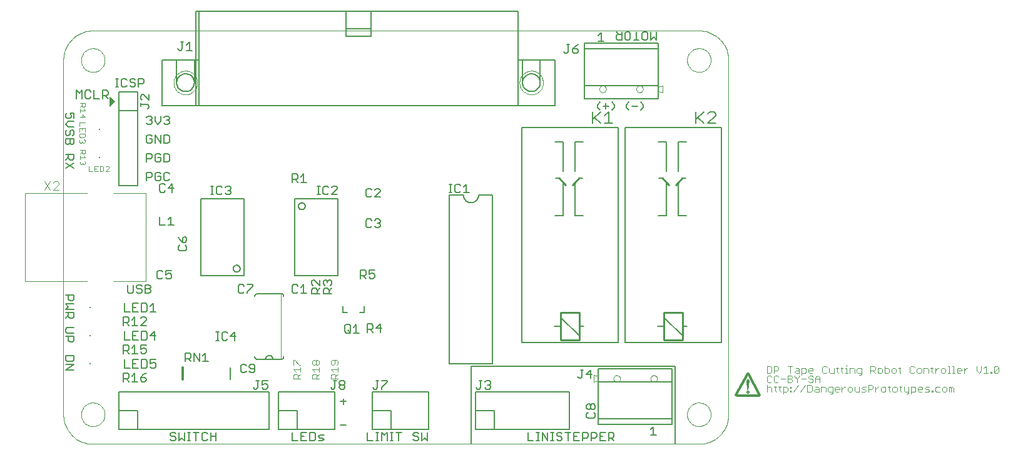
<source format=gto>
G75*
G70*
%OFA0B0*%
%FSLAX24Y24*%
%IPPOS*%
%LPD*%
%AMOC8*
5,1,8,0,0,1.08239X$1,22.5*
%
%ADD10C,0.0060*%
%ADD11C,0.0050*%
%ADD12C,0.0120*%
%ADD13C,0.0030*%
%ADD14C,0.0000*%
%ADD15C,0.0025*%
%ADD16C,0.0100*%
%ADD17C,0.0070*%
%ADD18R,0.0079X0.0079*%
%ADD19C,0.0040*%
%ADD20C,0.0020*%
D10*
X011377Y007535D02*
X011304Y007608D01*
X011377Y007535D02*
X011524Y007535D01*
X011597Y007608D01*
X011597Y007682D01*
X011524Y007755D01*
X011377Y007755D01*
X011304Y007829D01*
X011304Y007902D01*
X011377Y007975D01*
X011524Y007975D01*
X011597Y007902D01*
X011764Y007975D02*
X011764Y007535D01*
X011911Y007682D01*
X012058Y007535D01*
X012058Y007975D01*
X012225Y007975D02*
X012371Y007975D01*
X012298Y007975D02*
X012298Y007535D01*
X012225Y007535D02*
X012371Y007535D01*
X012678Y007535D02*
X012678Y007975D01*
X012532Y007975D02*
X012825Y007975D01*
X012992Y007902D02*
X012992Y007608D01*
X013065Y007535D01*
X013212Y007535D01*
X013286Y007608D01*
X013452Y007535D02*
X013452Y007975D01*
X013286Y007902D02*
X013212Y007975D01*
X013065Y007975D01*
X012992Y007902D01*
X013452Y007755D02*
X013746Y007755D01*
X013746Y007975D02*
X013746Y007535D01*
X016578Y008130D02*
X016578Y010130D01*
X008578Y010130D01*
X008578Y009130D01*
X009578Y009130D01*
X009578Y008130D01*
X016578Y008130D01*
X017078Y008130D02*
X018078Y008130D01*
X018078Y009130D01*
X017078Y009130D01*
X017078Y008130D01*
X017813Y007975D02*
X017813Y007535D01*
X018106Y007535D01*
X018273Y007535D02*
X018567Y007535D01*
X018733Y007535D02*
X018954Y007535D01*
X019027Y007608D01*
X019027Y007902D01*
X018954Y007975D01*
X018733Y007975D01*
X018733Y007535D01*
X018420Y007755D02*
X018273Y007755D01*
X018273Y007975D02*
X018273Y007535D01*
X018273Y007975D02*
X018567Y007975D01*
X018078Y008130D02*
X020078Y008130D01*
X020078Y010130D01*
X017078Y010130D01*
X017078Y009130D01*
X019194Y007755D02*
X019267Y007829D01*
X019487Y007829D01*
X019414Y007682D02*
X019267Y007682D01*
X019194Y007755D01*
X019194Y007535D02*
X019414Y007535D01*
X019487Y007608D01*
X019414Y007682D01*
X020378Y008380D02*
X020672Y008380D01*
X021795Y007975D02*
X021795Y007535D01*
X022089Y007535D01*
X022256Y007535D02*
X022402Y007535D01*
X022329Y007535D02*
X022329Y007975D01*
X022256Y007975D02*
X022402Y007975D01*
X022563Y007975D02*
X022709Y007829D01*
X022856Y007975D01*
X022856Y007535D01*
X023023Y007535D02*
X023170Y007535D01*
X023096Y007535D02*
X023096Y007975D01*
X023023Y007975D02*
X023170Y007975D01*
X023330Y007975D02*
X023623Y007975D01*
X023477Y007975D02*
X023477Y007535D01*
X024251Y007608D02*
X024324Y007535D01*
X024471Y007535D01*
X024544Y007608D01*
X024544Y007682D01*
X024471Y007755D01*
X024324Y007755D01*
X024251Y007829D01*
X024251Y007902D01*
X024324Y007975D01*
X024471Y007975D01*
X024544Y007902D01*
X024711Y007975D02*
X024711Y007535D01*
X024858Y007682D01*
X025005Y007535D01*
X025005Y007975D01*
X025078Y008130D02*
X025078Y010130D01*
X022078Y010130D01*
X022078Y009130D01*
X023078Y009130D01*
X023078Y008130D01*
X025078Y008130D01*
X023078Y008130D02*
X022078Y008130D01*
X022078Y009130D01*
X020672Y009630D02*
X020378Y009630D01*
X020525Y009777D02*
X020525Y009483D01*
X022563Y007975D02*
X022563Y007535D01*
X027328Y007380D02*
X027328Y011505D01*
X038203Y011505D01*
X038203Y007380D01*
X038047Y008404D02*
X034110Y008404D01*
X034110Y008695D01*
X038047Y008695D01*
X038047Y008404D01*
X038047Y008695D02*
X038047Y010675D01*
X034110Y010675D01*
X034110Y010728D01*
X034110Y010961D01*
X034110Y011356D01*
X038047Y011356D01*
X038047Y010675D01*
X035528Y012780D02*
X040678Y012780D01*
X040678Y024230D01*
X035528Y024230D01*
X035528Y012780D01*
X035178Y012780D02*
X030028Y012780D01*
X030028Y024230D01*
X035178Y024230D01*
X035178Y012780D01*
X037268Y013630D02*
X037608Y013630D01*
X037608Y014120D02*
X038598Y013140D01*
X038598Y013630D02*
X038838Y013630D01*
X034110Y010675D02*
X034110Y008695D01*
X034191Y007975D02*
X034191Y007535D01*
X034485Y007535D01*
X034652Y007535D02*
X034652Y007975D01*
X034872Y007975D01*
X034945Y007902D01*
X034945Y007755D01*
X034872Y007682D01*
X034652Y007682D01*
X034798Y007682D02*
X034945Y007535D01*
X034338Y007755D02*
X034191Y007755D01*
X034024Y007755D02*
X033951Y007682D01*
X033731Y007682D01*
X033731Y007535D02*
X033731Y007975D01*
X033951Y007975D01*
X034024Y007902D01*
X034024Y007755D01*
X034191Y007975D02*
X034485Y007975D01*
X033564Y007902D02*
X033564Y007755D01*
X033491Y007682D01*
X033270Y007682D01*
X033270Y007535D02*
X033270Y007975D01*
X033491Y007975D01*
X033564Y007902D01*
X033104Y007975D02*
X032810Y007975D01*
X032810Y007535D01*
X033104Y007535D01*
X032957Y007755D02*
X032810Y007755D01*
X032643Y007975D02*
X032350Y007975D01*
X032496Y007975D02*
X032496Y007535D01*
X032183Y007608D02*
X032183Y007682D01*
X032109Y007755D01*
X031963Y007755D01*
X031889Y007829D01*
X031889Y007902D01*
X031963Y007975D01*
X032109Y007975D01*
X032183Y007902D01*
X032183Y007608D02*
X032109Y007535D01*
X031963Y007535D01*
X031889Y007608D01*
X031729Y007535D02*
X031582Y007535D01*
X031656Y007535D02*
X031656Y007975D01*
X031729Y007975D02*
X031582Y007975D01*
X031416Y007975D02*
X031416Y007535D01*
X031122Y007975D01*
X031122Y007535D01*
X030962Y007535D02*
X030815Y007535D01*
X030888Y007535D02*
X030888Y007975D01*
X030815Y007975D02*
X030962Y007975D01*
X030355Y007975D02*
X030355Y007535D01*
X030648Y007535D01*
X032578Y008130D02*
X028578Y008130D01*
X028578Y009130D01*
X027578Y009130D01*
X027578Y010130D01*
X032578Y010130D01*
X032578Y008130D01*
X028578Y008130D02*
X027578Y008130D01*
X027578Y009130D01*
X028478Y011630D02*
X026178Y011630D01*
X026178Y020630D01*
X026928Y020630D01*
X026930Y020591D01*
X026936Y020552D01*
X026945Y020514D01*
X026958Y020477D01*
X026975Y020441D01*
X026995Y020408D01*
X027019Y020376D01*
X027045Y020347D01*
X027074Y020321D01*
X027106Y020297D01*
X027139Y020277D01*
X027175Y020260D01*
X027212Y020247D01*
X027250Y020238D01*
X027289Y020232D01*
X027328Y020230D01*
X027367Y020232D01*
X027406Y020238D01*
X027444Y020247D01*
X027481Y020260D01*
X027517Y020277D01*
X027550Y020297D01*
X027582Y020321D01*
X027611Y020347D01*
X027637Y020376D01*
X027661Y020408D01*
X027681Y020441D01*
X027698Y020477D01*
X027711Y020514D01*
X027720Y020552D01*
X027726Y020591D01*
X027728Y020630D01*
X028478Y020630D01*
X028478Y011630D01*
X031768Y013630D02*
X032108Y013630D01*
X032108Y014120D02*
X033098Y013140D01*
X033098Y013630D02*
X033338Y013630D01*
X033308Y019530D02*
X032858Y019530D01*
X032858Y021310D01*
X033078Y021530D02*
X033278Y021530D01*
X032858Y021910D02*
X032858Y023480D01*
X033308Y023480D01*
X032248Y023480D02*
X031798Y023480D01*
X032248Y023480D02*
X032248Y021910D01*
X032028Y021530D02*
X031828Y021530D01*
X032248Y021310D02*
X032248Y019530D01*
X031798Y019530D01*
X037298Y019530D02*
X037748Y019530D01*
X037748Y021310D01*
X037528Y021530D02*
X037328Y021530D01*
X037748Y021910D02*
X037748Y023480D01*
X037298Y023480D01*
X038358Y023480D02*
X038808Y023480D01*
X038358Y023480D02*
X038358Y021910D01*
X038578Y021530D02*
X038778Y021530D01*
X038358Y021310D02*
X038358Y019530D01*
X038808Y019530D01*
X036356Y025160D02*
X036503Y025307D01*
X036503Y025454D01*
X036356Y025600D01*
X036189Y025380D02*
X035895Y025380D01*
X035735Y025160D02*
X035589Y025307D01*
X035589Y025454D01*
X035735Y025600D01*
X034968Y025454D02*
X034821Y025600D01*
X034968Y025454D02*
X034968Y025307D01*
X034821Y025160D01*
X034654Y025380D02*
X034361Y025380D01*
X034508Y025527D02*
X034508Y025233D01*
X034201Y025160D02*
X034054Y025307D01*
X034054Y025454D01*
X034201Y025600D01*
X033360Y025779D02*
X033360Y026460D01*
X037297Y026460D01*
X037297Y026407D01*
X037297Y026174D01*
X037297Y025779D01*
X033360Y025779D01*
X033360Y026460D02*
X033360Y028440D01*
X037297Y028440D01*
X037297Y026460D01*
X037297Y028440D02*
X037297Y028731D01*
X033360Y028731D01*
X033360Y028440D01*
X031801Y027850D02*
X031013Y027850D01*
X031013Y026630D01*
X030069Y026630D02*
X030071Y026673D01*
X030077Y026715D01*
X030087Y026757D01*
X030100Y026798D01*
X030117Y026838D01*
X030138Y026875D01*
X030162Y026911D01*
X030189Y026944D01*
X030219Y026975D01*
X030252Y027003D01*
X030287Y027028D01*
X030324Y027049D01*
X030363Y027067D01*
X030403Y027081D01*
X030445Y027092D01*
X030487Y027099D01*
X030530Y027102D01*
X030573Y027101D01*
X030616Y027096D01*
X030658Y027087D01*
X030699Y027075D01*
X030739Y027059D01*
X030777Y027039D01*
X030813Y027016D01*
X030847Y026989D01*
X030879Y026960D01*
X030907Y026928D01*
X030933Y026893D01*
X030955Y026857D01*
X030974Y026818D01*
X030989Y026778D01*
X031001Y026737D01*
X031009Y026694D01*
X031013Y026651D01*
X031013Y026609D01*
X031009Y026566D01*
X031001Y026523D01*
X030989Y026482D01*
X030974Y026442D01*
X030955Y026403D01*
X030933Y026367D01*
X030907Y026332D01*
X030879Y026300D01*
X030847Y026271D01*
X030813Y026244D01*
X030777Y026221D01*
X030739Y026201D01*
X030699Y026185D01*
X030658Y026173D01*
X030616Y026164D01*
X030573Y026159D01*
X030530Y026158D01*
X030487Y026161D01*
X030445Y026168D01*
X030403Y026179D01*
X030363Y026193D01*
X030324Y026211D01*
X030287Y026232D01*
X030252Y026257D01*
X030219Y026285D01*
X030189Y026316D01*
X030162Y026349D01*
X030138Y026385D01*
X030117Y026422D01*
X030100Y026462D01*
X030087Y026503D01*
X030077Y026545D01*
X030071Y026587D01*
X030069Y026630D01*
X030069Y027850D01*
X031013Y027850D01*
X031801Y027850D02*
X031801Y025410D01*
X029832Y025410D01*
X029832Y030449D01*
X021998Y030449D01*
X021998Y029504D01*
X020659Y029504D01*
X020659Y030449D01*
X021998Y030449D01*
X021998Y029504D02*
X021998Y029110D01*
X020659Y029110D01*
X020659Y029504D01*
X020659Y030449D02*
X012824Y030449D01*
X012667Y030449D01*
X012667Y025410D01*
X010856Y025410D01*
X010856Y027850D01*
X011643Y027850D01*
X011643Y026630D01*
X011644Y026630D02*
X011646Y026673D01*
X011652Y026715D01*
X011662Y026757D01*
X011675Y026798D01*
X011692Y026838D01*
X011713Y026875D01*
X011737Y026911D01*
X011764Y026944D01*
X011794Y026975D01*
X011827Y027003D01*
X011862Y027028D01*
X011899Y027049D01*
X011938Y027067D01*
X011978Y027081D01*
X012020Y027092D01*
X012062Y027099D01*
X012105Y027102D01*
X012148Y027101D01*
X012191Y027096D01*
X012233Y027087D01*
X012274Y027075D01*
X012314Y027059D01*
X012352Y027039D01*
X012388Y027016D01*
X012422Y026989D01*
X012454Y026960D01*
X012482Y026928D01*
X012508Y026893D01*
X012530Y026857D01*
X012549Y026818D01*
X012564Y026778D01*
X012576Y026737D01*
X012584Y026694D01*
X012588Y026651D01*
X012588Y026609D01*
X012584Y026566D01*
X012576Y026523D01*
X012564Y026482D01*
X012549Y026442D01*
X012530Y026403D01*
X012508Y026367D01*
X012482Y026332D01*
X012454Y026300D01*
X012422Y026271D01*
X012388Y026244D01*
X012352Y026221D01*
X012314Y026201D01*
X012274Y026185D01*
X012233Y026173D01*
X012191Y026164D01*
X012148Y026159D01*
X012105Y026158D01*
X012062Y026161D01*
X012020Y026168D01*
X011978Y026179D01*
X011938Y026193D01*
X011899Y026211D01*
X011862Y026232D01*
X011827Y026257D01*
X011794Y026285D01*
X011764Y026316D01*
X011737Y026349D01*
X011713Y026385D01*
X011692Y026422D01*
X011675Y026462D01*
X011662Y026503D01*
X011652Y026545D01*
X011646Y026587D01*
X011644Y026630D01*
X012588Y026630D02*
X012588Y027850D01*
X012824Y027850D01*
X012588Y027850D02*
X011643Y027850D01*
X009911Y026777D02*
X009911Y026630D01*
X009837Y026557D01*
X009617Y026557D01*
X009617Y026410D02*
X009617Y026850D01*
X009837Y026850D01*
X009911Y026777D01*
X009450Y026777D02*
X009377Y026850D01*
X009230Y026850D01*
X009157Y026777D01*
X009157Y026704D01*
X009230Y026630D01*
X009377Y026630D01*
X009450Y026557D01*
X009450Y026483D01*
X009377Y026410D01*
X009230Y026410D01*
X009157Y026483D01*
X008990Y026483D02*
X008916Y026410D01*
X008770Y026410D01*
X008696Y026483D01*
X008696Y026777D01*
X008770Y026850D01*
X008916Y026850D01*
X008990Y026777D01*
X008536Y026850D02*
X008389Y026850D01*
X008463Y026850D02*
X008463Y026410D01*
X008536Y026410D02*
X008389Y026410D01*
X008578Y026130D02*
X008578Y025130D01*
X009578Y025130D01*
X009578Y021130D01*
X008578Y021130D01*
X008578Y025130D01*
X007987Y025785D02*
X007841Y025932D01*
X007914Y025932D02*
X007694Y025932D01*
X007694Y025785D02*
X007694Y026225D01*
X007914Y026225D01*
X007987Y026152D01*
X007987Y026005D01*
X007914Y025932D01*
X007527Y025785D02*
X007233Y025785D01*
X007233Y026225D01*
X007067Y026152D02*
X006993Y026225D01*
X006846Y026225D01*
X006773Y026152D01*
X006773Y025858D01*
X006846Y025785D01*
X006993Y025785D01*
X007067Y025858D01*
X006606Y025785D02*
X006606Y026225D01*
X006459Y026079D01*
X006313Y026225D01*
X006313Y025785D01*
X006174Y025021D02*
X005954Y025021D01*
X006027Y024874D01*
X006027Y024801D01*
X005954Y024727D01*
X005807Y024727D01*
X005733Y024801D01*
X005733Y024947D01*
X005807Y025021D01*
X006174Y025021D02*
X006174Y024727D01*
X006174Y024560D02*
X005880Y024560D01*
X005733Y024414D01*
X005880Y024267D01*
X006174Y024267D01*
X006100Y024100D02*
X006027Y024100D01*
X005954Y024027D01*
X005954Y023880D01*
X005880Y023806D01*
X005807Y023806D01*
X005733Y023880D01*
X005733Y024027D01*
X005807Y024100D01*
X006100Y024100D02*
X006174Y024027D01*
X006174Y023880D01*
X006100Y023806D01*
X006174Y023640D02*
X005733Y023640D01*
X005733Y023419D01*
X005807Y023346D01*
X005880Y023346D01*
X005954Y023419D01*
X005954Y023640D01*
X006174Y023640D02*
X006174Y023419D01*
X006100Y023346D01*
X006027Y023346D01*
X005954Y023419D01*
X005880Y022810D02*
X005880Y022590D01*
X005954Y022517D01*
X006100Y022517D01*
X006174Y022590D01*
X006174Y022810D01*
X005733Y022810D01*
X005880Y022664D02*
X005733Y022517D01*
X005733Y022350D02*
X006174Y022056D01*
X006174Y022350D02*
X005733Y022056D01*
X010043Y021850D02*
X010043Y021410D01*
X010043Y021557D02*
X010263Y021557D01*
X010336Y021630D01*
X010336Y021777D01*
X010263Y021850D01*
X010043Y021850D01*
X010503Y021777D02*
X010577Y021850D01*
X010723Y021850D01*
X010797Y021777D01*
X010797Y021630D02*
X010650Y021630D01*
X010797Y021630D02*
X010797Y021483D01*
X010723Y021410D01*
X010577Y021410D01*
X010503Y021483D01*
X010503Y021777D01*
X010964Y021777D02*
X010964Y021483D01*
X011037Y021410D01*
X011184Y021410D01*
X011257Y021483D01*
X011257Y021777D02*
X011184Y021850D01*
X011037Y021850D01*
X010964Y021777D01*
X010964Y022410D02*
X011184Y022410D01*
X011257Y022483D01*
X011257Y022777D01*
X011184Y022850D01*
X010964Y022850D01*
X010964Y022410D01*
X010797Y022483D02*
X010797Y022630D01*
X010650Y022630D01*
X010797Y022483D02*
X010723Y022410D01*
X010577Y022410D01*
X010503Y022483D01*
X010503Y022777D01*
X010577Y022850D01*
X010723Y022850D01*
X010797Y022777D01*
X010336Y022777D02*
X010336Y022630D01*
X010263Y022557D01*
X010043Y022557D01*
X010043Y022410D02*
X010043Y022850D01*
X010263Y022850D01*
X010336Y022777D01*
X010263Y023410D02*
X010336Y023483D01*
X010336Y023630D01*
X010190Y023630D01*
X010336Y023777D02*
X010263Y023850D01*
X010116Y023850D01*
X010043Y023777D01*
X010043Y023483D01*
X010116Y023410D01*
X010263Y023410D01*
X010503Y023410D02*
X010503Y023850D01*
X010797Y023410D01*
X010797Y023850D01*
X010964Y023850D02*
X011184Y023850D01*
X011257Y023777D01*
X011257Y023483D01*
X011184Y023410D01*
X010964Y023410D01*
X010964Y023850D01*
X011037Y024410D02*
X010964Y024483D01*
X011037Y024410D02*
X011184Y024410D01*
X011257Y024483D01*
X011257Y024557D01*
X011184Y024630D01*
X011110Y024630D01*
X011184Y024630D02*
X011257Y024704D01*
X011257Y024777D01*
X011184Y024850D01*
X011037Y024850D01*
X010964Y024777D01*
X010797Y024850D02*
X010797Y024557D01*
X010650Y024410D01*
X010503Y024557D01*
X010503Y024850D01*
X010336Y024777D02*
X010336Y024704D01*
X010263Y024630D01*
X010336Y024557D01*
X010336Y024483D01*
X010263Y024410D01*
X010116Y024410D01*
X010043Y024483D01*
X010190Y024630D02*
X010263Y024630D01*
X010336Y024777D02*
X010263Y024850D01*
X010116Y024850D01*
X010043Y024777D01*
X009578Y025130D02*
X009578Y026130D01*
X008578Y026130D01*
X012667Y025410D02*
X012824Y025410D01*
X012824Y030449D01*
X012824Y025410D02*
X029832Y025410D01*
X029832Y027850D02*
X030069Y027850D01*
X035064Y028983D02*
X035064Y029130D01*
X035138Y029203D01*
X035358Y029203D01*
X035358Y029350D02*
X035358Y028910D01*
X035138Y028910D01*
X035064Y028983D01*
X035211Y029203D02*
X035064Y029350D01*
X035525Y029277D02*
X035525Y028983D01*
X035598Y028910D01*
X035745Y028910D01*
X035818Y028983D01*
X035818Y029277D01*
X035745Y029350D01*
X035598Y029350D01*
X035525Y029277D01*
X035985Y028910D02*
X036279Y028910D01*
X036132Y028910D02*
X036132Y029350D01*
X036445Y029277D02*
X036445Y028983D01*
X036519Y028910D01*
X036666Y028910D01*
X036739Y028983D01*
X036739Y029277D01*
X036666Y029350D01*
X036519Y029350D01*
X036445Y029277D01*
X036906Y029350D02*
X036906Y028910D01*
X037053Y029056D01*
X037199Y028910D01*
X037199Y029350D01*
X020230Y020427D02*
X017927Y020427D01*
X017927Y016333D01*
X020230Y016333D01*
X020230Y020427D01*
X018130Y020043D02*
X018132Y020069D01*
X018138Y020095D01*
X018147Y020120D01*
X018160Y020143D01*
X018176Y020164D01*
X018195Y020182D01*
X018217Y020198D01*
X018240Y020210D01*
X018265Y020218D01*
X018291Y020223D01*
X018318Y020224D01*
X018344Y020221D01*
X018369Y020214D01*
X018394Y020204D01*
X018416Y020190D01*
X018437Y020173D01*
X018454Y020154D01*
X018469Y020132D01*
X018480Y020108D01*
X018488Y020082D01*
X018492Y020056D01*
X018492Y020030D01*
X018488Y020004D01*
X018480Y019978D01*
X018469Y019954D01*
X018454Y019932D01*
X018437Y019913D01*
X018416Y019896D01*
X018394Y019882D01*
X018369Y019872D01*
X018344Y019865D01*
X018318Y019862D01*
X018291Y019863D01*
X018265Y019868D01*
X018240Y019876D01*
X018217Y019888D01*
X018195Y019904D01*
X018176Y019922D01*
X018160Y019943D01*
X018147Y019966D01*
X018138Y019991D01*
X018132Y020017D01*
X018130Y020043D01*
X015230Y020427D02*
X015230Y016333D01*
X012927Y016333D01*
X012927Y020427D01*
X015230Y020427D01*
X014665Y016717D02*
X014667Y016743D01*
X014673Y016769D01*
X014682Y016794D01*
X014695Y016817D01*
X014711Y016838D01*
X014730Y016856D01*
X014752Y016872D01*
X014775Y016884D01*
X014800Y016892D01*
X014826Y016897D01*
X014853Y016898D01*
X014879Y016895D01*
X014904Y016888D01*
X014929Y016878D01*
X014951Y016864D01*
X014972Y016847D01*
X014989Y016828D01*
X015004Y016806D01*
X015015Y016782D01*
X015023Y016756D01*
X015027Y016730D01*
X015027Y016704D01*
X015023Y016678D01*
X015015Y016652D01*
X015004Y016628D01*
X014989Y016606D01*
X014972Y016587D01*
X014951Y016570D01*
X014929Y016556D01*
X014904Y016546D01*
X014879Y016539D01*
X014853Y016536D01*
X014826Y016537D01*
X014800Y016542D01*
X014775Y016550D01*
X014752Y016562D01*
X014730Y016578D01*
X014711Y016596D01*
X014695Y016617D01*
X014682Y016640D01*
X014673Y016665D01*
X014667Y016691D01*
X014665Y016717D01*
X015958Y015380D02*
X017198Y015380D01*
X017221Y015378D01*
X017244Y015373D01*
X017266Y015364D01*
X017286Y015351D01*
X017304Y015336D01*
X017319Y015318D01*
X017332Y015298D01*
X017341Y015276D01*
X017346Y015253D01*
X017348Y015230D01*
X015958Y015380D02*
X015935Y015378D01*
X015912Y015373D01*
X015890Y015364D01*
X015870Y015351D01*
X015852Y015336D01*
X015837Y015318D01*
X015824Y015298D01*
X015815Y015276D01*
X015810Y015253D01*
X015808Y015230D01*
X020518Y014690D02*
X020518Y014370D01*
X020738Y014370D01*
X021418Y014370D02*
X021638Y014370D01*
X021638Y014690D01*
X017348Y012030D02*
X017346Y012007D01*
X017341Y011984D01*
X017332Y011962D01*
X017319Y011942D01*
X017304Y011924D01*
X017286Y011909D01*
X017266Y011896D01*
X017244Y011887D01*
X017221Y011882D01*
X017198Y011880D01*
X016778Y011880D01*
X016378Y011880D01*
X015958Y011880D01*
X015935Y011882D01*
X015912Y011887D01*
X015890Y011896D01*
X015870Y011909D01*
X015852Y011924D01*
X015837Y011942D01*
X015824Y011962D01*
X015815Y011984D01*
X015810Y012007D01*
X015808Y012030D01*
X016378Y011880D02*
X016380Y011907D01*
X016385Y011934D01*
X016395Y011960D01*
X016407Y011984D01*
X016423Y012006D01*
X016441Y012026D01*
X016463Y012043D01*
X016486Y012058D01*
X016511Y012068D01*
X016537Y012076D01*
X016564Y012080D01*
X016592Y012080D01*
X016619Y012076D01*
X016645Y012068D01*
X016670Y012058D01*
X016693Y012043D01*
X016715Y012026D01*
X016733Y012006D01*
X016749Y011984D01*
X016761Y011960D01*
X016771Y011934D01*
X016776Y011907D01*
X016778Y011880D01*
X010257Y015483D02*
X010184Y015410D01*
X009964Y015410D01*
X009964Y015850D01*
X010184Y015850D01*
X010257Y015777D01*
X010257Y015704D01*
X010184Y015630D01*
X009964Y015630D01*
X009797Y015557D02*
X009723Y015630D01*
X009577Y015630D01*
X009503Y015704D01*
X009503Y015777D01*
X009577Y015850D01*
X009723Y015850D01*
X009797Y015777D01*
X009797Y015557D02*
X009797Y015483D01*
X009723Y015410D01*
X009577Y015410D01*
X009503Y015483D01*
X009336Y015483D02*
X009336Y015850D01*
X009043Y015850D02*
X009043Y015483D01*
X009116Y015410D01*
X009263Y015410D01*
X009336Y015483D01*
X010184Y015630D02*
X010257Y015557D01*
X010257Y015483D01*
X006174Y015291D02*
X006174Y015070D01*
X006100Y014997D01*
X005954Y014997D01*
X005880Y015070D01*
X005880Y015291D01*
X005733Y015291D02*
X006174Y015291D01*
X006174Y014830D02*
X005733Y014830D01*
X005880Y014683D01*
X005733Y014537D01*
X006174Y014537D01*
X006174Y014370D02*
X006174Y014150D01*
X006100Y014076D01*
X005954Y014076D01*
X005880Y014150D01*
X005880Y014370D01*
X005733Y014370D02*
X006174Y014370D01*
X005880Y014223D02*
X005733Y014076D01*
X005807Y013560D02*
X005733Y013487D01*
X005733Y013340D01*
X005807Y013267D01*
X006174Y013267D01*
X006174Y013100D02*
X005733Y013100D01*
X005880Y013100D02*
X005880Y012880D01*
X005954Y012806D01*
X006100Y012806D01*
X006174Y012880D01*
X006174Y013100D01*
X006174Y013560D02*
X005807Y013560D01*
X005733Y012060D02*
X005733Y011840D01*
X005807Y011767D01*
X006100Y011767D01*
X006174Y011840D01*
X006174Y012060D01*
X005733Y012060D01*
X005733Y011600D02*
X006174Y011600D01*
X005733Y011306D01*
X006174Y011306D01*
X008578Y009130D02*
X008578Y008130D01*
X009578Y008130D01*
D11*
X009564Y010680D02*
X009264Y010680D01*
X009414Y010680D02*
X009414Y011130D01*
X009264Y010980D01*
X009104Y010905D02*
X009029Y010830D01*
X008803Y010830D01*
X008803Y010680D02*
X008803Y011130D01*
X009029Y011130D01*
X009104Y011055D01*
X009104Y010905D01*
X008953Y010830D02*
X009104Y010680D01*
X009724Y010755D02*
X009799Y010680D01*
X009949Y010680D01*
X010024Y010755D01*
X010024Y010830D01*
X009949Y010905D01*
X009724Y010905D01*
X009724Y010755D01*
X009724Y010905D02*
X009874Y011055D01*
X010024Y011130D01*
X009999Y011405D02*
X010074Y011480D01*
X010074Y011780D01*
X009999Y011855D01*
X009774Y011855D01*
X009774Y011405D01*
X009999Y011405D01*
X010235Y011480D02*
X010310Y011405D01*
X010460Y011405D01*
X010535Y011480D01*
X010535Y011630D01*
X010460Y011705D01*
X010385Y011705D01*
X010235Y011630D01*
X010235Y011855D01*
X010535Y011855D01*
X010024Y012255D02*
X009949Y012180D01*
X009799Y012180D01*
X009724Y012255D01*
X009724Y012405D02*
X009874Y012480D01*
X009949Y012480D01*
X010024Y012405D01*
X010024Y012255D01*
X009724Y012405D02*
X009724Y012630D01*
X010024Y012630D01*
X009999Y012905D02*
X010074Y012980D01*
X010074Y013280D01*
X009999Y013355D01*
X009774Y013355D01*
X009774Y012905D01*
X009999Y012905D01*
X010235Y013130D02*
X010460Y013355D01*
X010460Y012905D01*
X010535Y013130D02*
X010235Y013130D01*
X009614Y012905D02*
X009314Y012905D01*
X009314Y013355D01*
X009614Y013355D01*
X009464Y013130D02*
X009314Y013130D01*
X009154Y012905D02*
X008853Y012905D01*
X008853Y013355D01*
X008803Y013680D02*
X008803Y014130D01*
X009029Y014130D01*
X009104Y014055D01*
X009104Y013905D01*
X009029Y013830D01*
X008803Y013830D01*
X008953Y013830D02*
X009104Y013680D01*
X009264Y013680D02*
X009564Y013680D01*
X009414Y013680D02*
X009414Y014130D01*
X009264Y013980D01*
X009314Y014405D02*
X009614Y014405D01*
X009774Y014405D02*
X009999Y014405D01*
X010074Y014480D01*
X010074Y014780D01*
X009999Y014855D01*
X009774Y014855D01*
X009774Y014405D01*
X009799Y014130D02*
X009724Y014055D01*
X009799Y014130D02*
X009949Y014130D01*
X010024Y014055D01*
X010024Y013980D01*
X009724Y013680D01*
X010024Y013680D01*
X010235Y014405D02*
X010535Y014405D01*
X010385Y014405D02*
X010385Y014855D01*
X010235Y014705D01*
X009614Y014855D02*
X009314Y014855D01*
X009314Y014405D01*
X009154Y014405D02*
X008853Y014405D01*
X008853Y014855D01*
X009314Y014630D02*
X009464Y014630D01*
X010678Y016155D02*
X010829Y016155D01*
X010904Y016230D01*
X011064Y016230D02*
X011139Y016155D01*
X011289Y016155D01*
X011364Y016230D01*
X011364Y016380D01*
X011289Y016455D01*
X011214Y016455D01*
X011064Y016380D01*
X011064Y016605D01*
X011364Y016605D01*
X010904Y016530D02*
X010829Y016605D01*
X010678Y016605D01*
X010603Y016530D01*
X010603Y016230D01*
X010678Y016155D01*
X011803Y017655D02*
X012103Y017655D01*
X012178Y017730D01*
X012178Y017880D01*
X012103Y017955D01*
X012103Y018115D02*
X012178Y018190D01*
X012178Y018341D01*
X012103Y018416D01*
X012028Y018416D01*
X011953Y018341D01*
X011953Y018115D01*
X012103Y018115D01*
X011953Y018115D02*
X011803Y018266D01*
X011728Y018416D01*
X011489Y019030D02*
X011189Y019030D01*
X011339Y019030D02*
X011339Y019480D01*
X011189Y019330D01*
X011029Y019030D02*
X010728Y019030D01*
X010728Y019480D01*
X010803Y020780D02*
X010954Y020780D01*
X011029Y020855D01*
X011189Y021005D02*
X011414Y021230D01*
X011414Y020780D01*
X011489Y021005D02*
X011189Y021005D01*
X011029Y021155D02*
X010954Y021230D01*
X010803Y021230D01*
X010728Y021155D01*
X010728Y020855D01*
X010803Y020780D01*
X013462Y020655D02*
X013612Y020655D01*
X013537Y020655D02*
X013537Y021105D01*
X013462Y021105D02*
X013612Y021105D01*
X013769Y021030D02*
X013769Y020730D01*
X013844Y020655D01*
X013994Y020655D01*
X014069Y020730D01*
X014230Y020730D02*
X014305Y020655D01*
X014455Y020655D01*
X014530Y020730D01*
X014530Y020805D01*
X014455Y020880D01*
X014380Y020880D01*
X014455Y020880D02*
X014530Y020955D01*
X014530Y021030D01*
X014455Y021105D01*
X014305Y021105D01*
X014230Y021030D01*
X014069Y021030D02*
X013994Y021105D01*
X013844Y021105D01*
X013769Y021030D01*
X017803Y021305D02*
X017803Y021755D01*
X018029Y021755D01*
X018104Y021680D01*
X018104Y021530D01*
X018029Y021455D01*
X017803Y021455D01*
X017953Y021455D02*
X018104Y021305D01*
X018264Y021305D02*
X018564Y021305D01*
X018414Y021305D02*
X018414Y021755D01*
X018264Y021605D01*
X019142Y021105D02*
X019292Y021105D01*
X019217Y021105D02*
X019217Y020655D01*
X019142Y020655D02*
X019292Y020655D01*
X019449Y020730D02*
X019524Y020655D01*
X019674Y020655D01*
X019749Y020730D01*
X019909Y020655D02*
X020209Y020955D01*
X020209Y021030D01*
X020134Y021105D01*
X019984Y021105D01*
X019909Y021030D01*
X019749Y021030D02*
X019674Y021105D01*
X019524Y021105D01*
X019449Y021030D01*
X019449Y020730D01*
X019909Y020655D02*
X020209Y020655D01*
X021728Y020605D02*
X021803Y020530D01*
X021954Y020530D01*
X022029Y020605D01*
X022189Y020530D02*
X022489Y020830D01*
X022489Y020905D01*
X022414Y020980D01*
X022264Y020980D01*
X022189Y020905D01*
X022029Y020905D02*
X021954Y020980D01*
X021803Y020980D01*
X021728Y020905D01*
X021728Y020605D01*
X022189Y020530D02*
X022489Y020530D01*
X022414Y019355D02*
X022264Y019355D01*
X022189Y019280D01*
X022029Y019280D02*
X021954Y019355D01*
X021803Y019355D01*
X021728Y019280D01*
X021728Y018980D01*
X021803Y018905D01*
X021954Y018905D01*
X022029Y018980D01*
X022189Y018980D02*
X022264Y018905D01*
X022414Y018905D01*
X022489Y018980D01*
X022489Y019055D01*
X022414Y019130D01*
X022339Y019130D01*
X022414Y019130D02*
X022489Y019205D01*
X022489Y019280D01*
X022414Y019355D01*
X026153Y020755D02*
X026303Y020755D01*
X026228Y020755D02*
X026228Y021205D01*
X026153Y021205D02*
X026303Y021205D01*
X026460Y021130D02*
X026535Y021205D01*
X026685Y021205D01*
X026761Y021130D01*
X026921Y021055D02*
X027071Y021205D01*
X027071Y020755D01*
X026921Y020755D02*
X027221Y020755D01*
X026761Y020830D02*
X026685Y020755D01*
X026535Y020755D01*
X026460Y020830D01*
X026460Y021130D01*
X022189Y016630D02*
X021889Y016630D01*
X021889Y016405D01*
X022039Y016480D01*
X022114Y016480D01*
X022189Y016405D01*
X022189Y016255D01*
X022114Y016180D01*
X021964Y016180D01*
X021889Y016255D01*
X021729Y016180D02*
X021578Y016330D01*
X021654Y016330D02*
X021428Y016330D01*
X021428Y016180D02*
X021428Y016630D01*
X021654Y016630D01*
X021729Y016555D01*
X021729Y016405D01*
X021654Y016330D01*
X019903Y016041D02*
X019903Y015890D01*
X019828Y015815D01*
X019903Y015655D02*
X019753Y015505D01*
X019753Y015580D02*
X019753Y015355D01*
X019903Y015355D02*
X019453Y015355D01*
X019453Y015580D01*
X019528Y015655D01*
X019678Y015655D01*
X019753Y015580D01*
X019528Y015815D02*
X019453Y015890D01*
X019453Y016041D01*
X019528Y016116D01*
X019603Y016116D01*
X019678Y016041D01*
X019753Y016116D01*
X019828Y016116D01*
X019903Y016041D01*
X019678Y016041D02*
X019678Y015966D01*
X019278Y016116D02*
X019278Y015815D01*
X018978Y016116D01*
X018903Y016116D01*
X018828Y016041D01*
X018828Y015890D01*
X018903Y015815D01*
X018903Y015655D02*
X019053Y015655D01*
X019128Y015580D01*
X019128Y015355D01*
X019128Y015505D02*
X019278Y015655D01*
X019278Y015355D02*
X018828Y015355D01*
X018828Y015580D01*
X018903Y015655D01*
X018568Y015405D02*
X018268Y015405D01*
X018418Y015405D02*
X018418Y015855D01*
X018268Y015705D01*
X018108Y015780D02*
X018033Y015855D01*
X017883Y015855D01*
X017808Y015780D01*
X017808Y015480D01*
X017883Y015405D01*
X018033Y015405D01*
X018108Y015480D01*
X015693Y015780D02*
X015393Y015480D01*
X015393Y015405D01*
X015233Y015480D02*
X015158Y015405D01*
X015008Y015405D01*
X014933Y015480D01*
X014933Y015780D01*
X015008Y015855D01*
X015158Y015855D01*
X015233Y015780D01*
X015393Y015855D02*
X015693Y015855D01*
X015693Y015780D01*
X014743Y013330D02*
X014518Y013105D01*
X014818Y013105D01*
X014743Y012880D02*
X014743Y013330D01*
X014358Y013255D02*
X014283Y013330D01*
X014133Y013330D01*
X014058Y013255D01*
X014058Y012955D01*
X014133Y012880D01*
X014283Y012880D01*
X014358Y012955D01*
X013901Y012880D02*
X013751Y012880D01*
X013826Y012880D02*
X013826Y013330D01*
X013751Y013330D02*
X013901Y013330D01*
X013174Y012205D02*
X013174Y011755D01*
X013024Y011755D02*
X013324Y011755D01*
X013024Y012055D02*
X013174Y012205D01*
X012864Y012205D02*
X012864Y011755D01*
X012564Y012205D01*
X012564Y011755D01*
X012404Y011755D02*
X012253Y011905D01*
X012329Y011905D02*
X012103Y011905D01*
X012103Y011755D02*
X012103Y012205D01*
X012329Y012205D01*
X012404Y012130D01*
X012404Y011980D01*
X012329Y011905D01*
X014496Y011445D02*
X014496Y010815D01*
X015058Y011230D02*
X015133Y011155D01*
X015283Y011155D01*
X015358Y011230D01*
X015518Y011230D02*
X015593Y011155D01*
X015743Y011155D01*
X015818Y011230D01*
X015818Y011530D01*
X015743Y011605D01*
X015593Y011605D01*
X015518Y011530D01*
X015518Y011455D01*
X015593Y011380D01*
X015818Y011380D01*
X015358Y011530D02*
X015283Y011605D01*
X015133Y011605D01*
X015058Y011530D01*
X015058Y011230D01*
X015878Y010730D02*
X016029Y010730D01*
X015954Y010730D02*
X015954Y010355D01*
X015878Y010280D01*
X015803Y010280D01*
X015728Y010355D01*
X016189Y010355D02*
X016264Y010280D01*
X016414Y010280D01*
X016489Y010355D01*
X016489Y010505D01*
X016414Y010580D01*
X016339Y010580D01*
X016189Y010505D01*
X016189Y010730D01*
X016489Y010730D01*
X019853Y010355D02*
X019928Y010280D01*
X020003Y010280D01*
X020079Y010355D01*
X020079Y010730D01*
X020154Y010730D02*
X020003Y010730D01*
X020314Y010655D02*
X020314Y010580D01*
X020389Y010505D01*
X020539Y010505D01*
X020614Y010430D01*
X020614Y010355D01*
X020539Y010280D01*
X020389Y010280D01*
X020314Y010355D01*
X020314Y010430D01*
X020389Y010505D01*
X020539Y010505D02*
X020614Y010580D01*
X020614Y010655D01*
X020539Y010730D01*
X020389Y010730D01*
X020314Y010655D01*
X022103Y010355D02*
X022178Y010280D01*
X022253Y010280D01*
X022329Y010355D01*
X022329Y010730D01*
X022404Y010730D02*
X022253Y010730D01*
X022564Y010730D02*
X022864Y010730D01*
X022864Y010655D01*
X022564Y010355D01*
X022564Y010280D01*
X022489Y013305D02*
X022489Y013755D01*
X022264Y013530D01*
X022564Y013530D01*
X022104Y013530D02*
X022029Y013455D01*
X021803Y013455D01*
X021803Y013305D02*
X021803Y013755D01*
X022029Y013755D01*
X022104Y013680D01*
X022104Y013530D01*
X021953Y013455D02*
X022104Y013305D01*
X021364Y013280D02*
X021064Y013280D01*
X021214Y013280D02*
X021214Y013730D01*
X021064Y013580D01*
X020904Y013655D02*
X020904Y013355D01*
X020829Y013280D01*
X020678Y013280D01*
X020603Y013355D01*
X020603Y013655D01*
X020678Y013730D01*
X020829Y013730D01*
X020904Y013655D01*
X020753Y013430D02*
X020904Y013280D01*
X027753Y010730D02*
X027904Y010730D01*
X027829Y010730D02*
X027829Y010355D01*
X027753Y010280D01*
X027678Y010280D01*
X027603Y010355D01*
X028064Y010355D02*
X028139Y010280D01*
X028289Y010280D01*
X028364Y010355D01*
X028364Y010430D01*
X028289Y010505D01*
X028214Y010505D01*
X028289Y010505D02*
X028364Y010580D01*
X028364Y010655D01*
X028289Y010730D01*
X028139Y010730D01*
X028064Y010655D01*
X033010Y010930D02*
X033085Y010855D01*
X033160Y010855D01*
X033235Y010930D01*
X033235Y011305D01*
X033160Y011305D02*
X033310Y011305D01*
X033470Y011080D02*
X033770Y011080D01*
X033695Y011305D02*
X033470Y011080D01*
X033695Y010855D02*
X033695Y011305D01*
X033628Y009495D02*
X033703Y009420D01*
X033703Y009270D01*
X033628Y009195D01*
X033553Y009195D01*
X033478Y009270D01*
X033478Y009420D01*
X033553Y009495D01*
X033628Y009495D01*
X033703Y009420D02*
X033778Y009495D01*
X033853Y009495D01*
X033928Y009420D01*
X033928Y009270D01*
X033853Y009195D01*
X033778Y009195D01*
X033703Y009270D01*
X033553Y009034D02*
X033478Y008959D01*
X033478Y008809D01*
X033553Y008734D01*
X033853Y008734D01*
X033928Y008809D01*
X033928Y008959D01*
X033853Y009034D01*
X036891Y008138D02*
X037041Y008288D01*
X037041Y007838D01*
X036891Y007838D02*
X037191Y007838D01*
X042029Y010130D02*
X042031Y010143D01*
X042036Y010155D01*
X042045Y010166D01*
X042055Y010174D01*
X042068Y010178D01*
X042081Y010179D01*
X042094Y010176D01*
X042106Y010170D01*
X042116Y010161D01*
X042123Y010150D01*
X042127Y010137D01*
X042127Y010123D01*
X042123Y010110D01*
X042116Y010099D01*
X042106Y010090D01*
X042094Y010084D01*
X042081Y010081D01*
X042068Y010082D01*
X042055Y010086D01*
X042045Y010094D01*
X042036Y010105D01*
X042031Y010117D01*
X042029Y010130D01*
X042078Y010278D02*
X042128Y010721D01*
X042029Y010721D01*
X042078Y010278D01*
X042078Y010283D02*
X042079Y010283D01*
X042072Y010331D02*
X042084Y010331D01*
X042090Y010380D02*
X042067Y010380D01*
X042062Y010428D02*
X042095Y010428D01*
X042100Y010477D02*
X042056Y010477D01*
X042051Y010525D02*
X042106Y010525D01*
X042111Y010574D02*
X042045Y010574D01*
X042040Y010622D02*
X042117Y010622D01*
X042122Y010671D02*
X042035Y010671D01*
X042029Y010719D02*
X042127Y010719D01*
X042127Y010721D02*
X042125Y010734D01*
X042120Y010746D01*
X042113Y010756D01*
X042103Y010763D01*
X042091Y010768D01*
X042078Y010770D01*
X042065Y010768D01*
X042054Y010763D01*
X042043Y010756D01*
X042036Y010746D01*
X042031Y010734D01*
X042029Y010721D01*
X032962Y028205D02*
X032812Y028205D01*
X032736Y028280D01*
X032736Y028430D01*
X032962Y028430D01*
X033037Y028355D01*
X033037Y028280D01*
X032962Y028205D01*
X032736Y028430D02*
X032887Y028581D01*
X033037Y028656D01*
X032576Y028656D02*
X032426Y028656D01*
X032501Y028656D02*
X032501Y028280D01*
X032426Y028205D01*
X032351Y028205D01*
X032276Y028280D01*
X034106Y028847D02*
X034406Y028847D01*
X034256Y028847D02*
X034256Y029297D01*
X034106Y029147D01*
X012475Y028348D02*
X012174Y028348D01*
X012325Y028348D02*
X012325Y028798D01*
X012174Y028648D01*
X012014Y028798D02*
X011864Y028798D01*
X011939Y028798D02*
X011939Y028423D01*
X011864Y028348D01*
X011789Y028348D01*
X011714Y028423D01*
X010178Y025995D02*
X010178Y025695D01*
X009878Y025995D01*
X009803Y025995D01*
X009728Y025920D01*
X009728Y025770D01*
X009803Y025695D01*
X009728Y025534D02*
X009728Y025384D01*
X009728Y025459D02*
X010103Y025459D01*
X010178Y025384D01*
X010178Y025309D01*
X010103Y025234D01*
X011803Y017955D02*
X011728Y017880D01*
X011728Y017730D01*
X011803Y017655D01*
X009414Y012630D02*
X009414Y012180D01*
X009264Y012180D02*
X009564Y012180D01*
X009614Y011855D02*
X009314Y011855D01*
X009314Y011405D01*
X009614Y011405D01*
X009464Y011630D02*
X009314Y011630D01*
X009154Y011405D02*
X008853Y011405D01*
X008853Y011855D01*
X008803Y012180D02*
X008803Y012630D01*
X009029Y012630D01*
X009104Y012555D01*
X009104Y012405D01*
X009029Y012330D01*
X008803Y012330D01*
X008953Y012330D02*
X009104Y012180D01*
X009264Y012480D02*
X009414Y012630D01*
D12*
X011976Y011445D02*
X011976Y010815D01*
X041439Y009982D02*
X042054Y011114D01*
X042103Y011114D01*
X042718Y009982D01*
X042669Y009933D01*
X041488Y009933D01*
X041439Y009982D01*
D13*
X043093Y010145D02*
X043093Y010515D01*
X043155Y010392D02*
X043279Y010392D01*
X043340Y010330D01*
X043340Y010145D01*
X043523Y010207D02*
X043523Y010454D01*
X043462Y010392D02*
X043585Y010392D01*
X043707Y010392D02*
X043831Y010392D01*
X043769Y010454D02*
X043769Y010207D01*
X043831Y010145D01*
X043953Y010145D02*
X044138Y010145D01*
X044200Y010207D01*
X044200Y010330D01*
X044138Y010392D01*
X043953Y010392D01*
X043953Y010022D01*
X043585Y010145D02*
X043523Y010207D01*
X043155Y010392D02*
X043093Y010330D01*
X043155Y010645D02*
X043279Y010645D01*
X043340Y010707D01*
X043462Y010707D02*
X043523Y010645D01*
X043647Y010645D01*
X043709Y010707D01*
X043830Y010830D02*
X044077Y010830D01*
X044198Y010830D02*
X044383Y010830D01*
X044445Y010768D01*
X044445Y010707D01*
X044383Y010645D01*
X044198Y010645D01*
X044198Y011015D01*
X044383Y011015D01*
X044445Y010954D01*
X044445Y010892D01*
X044383Y010830D01*
X044567Y010954D02*
X044690Y010830D01*
X044690Y010645D01*
X044752Y010515D02*
X044505Y010145D01*
X044383Y010145D02*
X044321Y010145D01*
X044321Y010207D01*
X044383Y010207D01*
X044383Y010145D01*
X044383Y010330D02*
X044321Y010330D01*
X044321Y010392D01*
X044383Y010392D01*
X044383Y010330D01*
X044874Y010145D02*
X045120Y010515D01*
X045242Y010515D02*
X045242Y010145D01*
X045427Y010145D01*
X045489Y010207D01*
X045489Y010454D01*
X045427Y010515D01*
X045242Y010515D01*
X045365Y010645D02*
X045303Y010707D01*
X045365Y010645D02*
X045488Y010645D01*
X045550Y010707D01*
X045550Y010768D01*
X045488Y010830D01*
X045365Y010830D01*
X045303Y010892D01*
X045303Y010954D01*
X045365Y011015D01*
X045488Y011015D01*
X045550Y010954D01*
X045672Y010892D02*
X045795Y011015D01*
X045918Y010892D01*
X045918Y010645D01*
X045918Y010830D02*
X045672Y010830D01*
X045672Y010892D02*
X045672Y010645D01*
X045672Y010392D02*
X045795Y010392D01*
X045857Y010330D01*
X045857Y010145D01*
X045672Y010145D01*
X045610Y010207D01*
X045672Y010268D01*
X045857Y010268D01*
X045978Y010145D02*
X045978Y010392D01*
X046164Y010392D01*
X046225Y010330D01*
X046225Y010145D01*
X046347Y010207D02*
X046409Y010145D01*
X046594Y010145D01*
X046594Y010083D02*
X046594Y010392D01*
X046409Y010392D01*
X046347Y010330D01*
X046347Y010207D01*
X046470Y010022D02*
X046532Y010022D01*
X046594Y010083D01*
X046715Y010207D02*
X046715Y010330D01*
X046777Y010392D01*
X046900Y010392D01*
X046962Y010330D01*
X046962Y010268D01*
X046715Y010268D01*
X046715Y010207D02*
X046777Y010145D01*
X046900Y010145D01*
X047083Y010145D02*
X047083Y010392D01*
X047083Y010268D02*
X047207Y010392D01*
X047269Y010392D01*
X047390Y010330D02*
X047390Y010207D01*
X047452Y010145D01*
X047576Y010145D01*
X047637Y010207D01*
X047637Y010330D01*
X047576Y010392D01*
X047452Y010392D01*
X047390Y010330D01*
X047759Y010392D02*
X047759Y010207D01*
X047820Y010145D01*
X048006Y010145D01*
X048006Y010392D01*
X048127Y010330D02*
X048189Y010392D01*
X048374Y010392D01*
X048312Y010268D02*
X048189Y010268D01*
X048127Y010330D01*
X048127Y010145D02*
X048312Y010145D01*
X048374Y010207D01*
X048312Y010268D01*
X048495Y010268D02*
X048680Y010268D01*
X048742Y010330D01*
X048742Y010454D01*
X048680Y010515D01*
X048495Y010515D01*
X048495Y010145D01*
X048864Y010145D02*
X048864Y010392D01*
X048987Y010392D02*
X049049Y010392D01*
X048987Y010392D02*
X048864Y010268D01*
X049171Y010207D02*
X049232Y010145D01*
X049356Y010145D01*
X049417Y010207D01*
X049417Y010330D01*
X049356Y010392D01*
X049232Y010392D01*
X049171Y010330D01*
X049171Y010207D01*
X049539Y010392D02*
X049662Y010392D01*
X049601Y010454D02*
X049601Y010207D01*
X049662Y010145D01*
X049784Y010207D02*
X049846Y010145D01*
X049970Y010145D01*
X050031Y010207D01*
X050031Y010330D01*
X049970Y010392D01*
X049846Y010392D01*
X049784Y010330D01*
X049784Y010207D01*
X050153Y010392D02*
X050276Y010392D01*
X050214Y010454D02*
X050214Y010207D01*
X050276Y010145D01*
X050398Y010207D02*
X050460Y010145D01*
X050645Y010145D01*
X050645Y010083D02*
X050583Y010022D01*
X050522Y010022D01*
X050645Y010083D02*
X050645Y010392D01*
X050767Y010392D02*
X050767Y010022D01*
X050767Y010145D02*
X050952Y010145D01*
X051013Y010207D01*
X051013Y010330D01*
X050952Y010392D01*
X050767Y010392D01*
X050398Y010392D02*
X050398Y010207D01*
X051135Y010207D02*
X051135Y010330D01*
X051197Y010392D01*
X051320Y010392D01*
X051382Y010330D01*
X051382Y010268D01*
X051135Y010268D01*
X051135Y010207D02*
X051197Y010145D01*
X051320Y010145D01*
X051503Y010145D02*
X051688Y010145D01*
X051750Y010207D01*
X051688Y010268D01*
X051565Y010268D01*
X051503Y010330D01*
X051565Y010392D01*
X051750Y010392D01*
X051872Y010207D02*
X051933Y010207D01*
X051933Y010145D01*
X051872Y010145D01*
X051872Y010207D01*
X052056Y010207D02*
X052117Y010145D01*
X052303Y010145D01*
X052424Y010207D02*
X052486Y010145D01*
X052609Y010145D01*
X052671Y010207D01*
X052671Y010330D01*
X052609Y010392D01*
X052486Y010392D01*
X052424Y010330D01*
X052424Y010207D01*
X052303Y010392D02*
X052117Y010392D01*
X052056Y010330D01*
X052056Y010207D01*
X052792Y010145D02*
X052792Y010392D01*
X052854Y010392D01*
X052916Y010330D01*
X052977Y010392D01*
X053039Y010330D01*
X053039Y010145D01*
X052916Y010145D02*
X052916Y010330D01*
X052976Y011145D02*
X053100Y011145D01*
X053038Y011145D02*
X053038Y011515D01*
X052976Y011515D01*
X052793Y011515D02*
X052793Y011145D01*
X052854Y011145D02*
X052731Y011145D01*
X052609Y011207D02*
X052609Y011330D01*
X052548Y011392D01*
X052424Y011392D01*
X052363Y011330D01*
X052363Y011207D01*
X052424Y011145D01*
X052548Y011145D01*
X052609Y011207D01*
X052731Y011515D02*
X052793Y011515D01*
X053222Y011330D02*
X053284Y011392D01*
X053407Y011392D01*
X053469Y011330D01*
X053469Y011268D01*
X053222Y011268D01*
X053222Y011207D02*
X053222Y011330D01*
X053222Y011207D02*
X053284Y011145D01*
X053407Y011145D01*
X053590Y011145D02*
X053590Y011392D01*
X053590Y011268D02*
X053714Y011392D01*
X053775Y011392D01*
X054266Y011515D02*
X054266Y011268D01*
X054389Y011145D01*
X054512Y011268D01*
X054512Y011515D01*
X054634Y011392D02*
X054757Y011515D01*
X054757Y011145D01*
X054634Y011145D02*
X054881Y011145D01*
X055002Y011145D02*
X055064Y011145D01*
X055064Y011207D01*
X055002Y011207D01*
X055002Y011145D01*
X055186Y011207D02*
X055433Y011454D01*
X055433Y011207D01*
X055371Y011145D01*
X055248Y011145D01*
X055186Y011207D01*
X055186Y011454D01*
X055248Y011515D01*
X055371Y011515D01*
X055433Y011454D01*
X052241Y011392D02*
X052179Y011392D01*
X052056Y011268D01*
X052056Y011145D02*
X052056Y011392D01*
X051934Y011392D02*
X051810Y011392D01*
X051872Y011454D02*
X051872Y011207D01*
X051934Y011145D01*
X051689Y011145D02*
X051689Y011330D01*
X051627Y011392D01*
X051442Y011392D01*
X051442Y011145D01*
X051320Y011207D02*
X051320Y011330D01*
X051259Y011392D01*
X051135Y011392D01*
X051073Y011330D01*
X051073Y011207D01*
X051135Y011145D01*
X051259Y011145D01*
X051320Y011207D01*
X050952Y011207D02*
X050890Y011145D01*
X050767Y011145D01*
X050705Y011207D01*
X050705Y011454D01*
X050767Y011515D01*
X050890Y011515D01*
X050952Y011454D01*
X050215Y011392D02*
X050091Y011392D01*
X050153Y011454D02*
X050153Y011207D01*
X050215Y011145D01*
X049970Y011207D02*
X049970Y011330D01*
X049908Y011392D01*
X049785Y011392D01*
X049723Y011330D01*
X049723Y011207D01*
X049785Y011145D01*
X049908Y011145D01*
X049970Y011207D01*
X049602Y011207D02*
X049602Y011330D01*
X049540Y011392D01*
X049355Y011392D01*
X049355Y011515D02*
X049355Y011145D01*
X049540Y011145D01*
X049602Y011207D01*
X049233Y011207D02*
X049233Y011330D01*
X049172Y011392D01*
X049048Y011392D01*
X048986Y011330D01*
X048986Y011207D01*
X049048Y011145D01*
X049172Y011145D01*
X049233Y011207D01*
X048865Y011145D02*
X048742Y011268D01*
X048803Y011268D02*
X048618Y011268D01*
X048618Y011145D02*
X048618Y011515D01*
X048803Y011515D01*
X048865Y011454D01*
X048865Y011330D01*
X048803Y011268D01*
X048128Y011145D02*
X047943Y011145D01*
X047881Y011207D01*
X047881Y011330D01*
X047943Y011392D01*
X048128Y011392D01*
X048128Y011083D01*
X048067Y011022D01*
X048005Y011022D01*
X047760Y011145D02*
X047760Y011330D01*
X047698Y011392D01*
X047513Y011392D01*
X047513Y011145D01*
X047391Y011145D02*
X047268Y011145D01*
X047329Y011145D02*
X047329Y011392D01*
X047268Y011392D01*
X047145Y011392D02*
X047022Y011392D01*
X047084Y011454D02*
X047084Y011207D01*
X047145Y011145D01*
X046900Y011145D02*
X046838Y011207D01*
X046838Y011454D01*
X046776Y011392D02*
X046900Y011392D01*
X046655Y011392D02*
X046655Y011145D01*
X046470Y011145D01*
X046408Y011207D01*
X046408Y011392D01*
X046287Y011454D02*
X046225Y011515D01*
X046102Y011515D01*
X046040Y011454D01*
X046040Y011207D01*
X046102Y011145D01*
X046225Y011145D01*
X046287Y011207D01*
X045550Y011268D02*
X045303Y011268D01*
X045303Y011207D02*
X045303Y011330D01*
X045365Y011392D01*
X045488Y011392D01*
X045550Y011330D01*
X045550Y011268D01*
X045488Y011145D02*
X045365Y011145D01*
X045303Y011207D01*
X045182Y011207D02*
X045120Y011145D01*
X044935Y011145D01*
X044813Y011145D02*
X044628Y011145D01*
X044567Y011207D01*
X044628Y011268D01*
X044813Y011268D01*
X044813Y011330D02*
X044813Y011145D01*
X044813Y011015D02*
X044813Y010954D01*
X044690Y010830D01*
X044567Y010954D02*
X044567Y011015D01*
X044322Y011145D02*
X044322Y011515D01*
X044445Y011515D02*
X044198Y011515D01*
X044628Y011392D02*
X044752Y011392D01*
X044813Y011330D01*
X044935Y011392D02*
X045120Y011392D01*
X045182Y011330D01*
X045182Y011207D01*
X044935Y011022D02*
X044935Y011392D01*
X044935Y010830D02*
X045182Y010830D01*
X043709Y010954D02*
X043647Y011015D01*
X043523Y011015D01*
X043462Y010954D01*
X043462Y010707D01*
X043340Y010954D02*
X043279Y011015D01*
X043155Y011015D01*
X043093Y010954D01*
X043093Y010707D01*
X043155Y010645D01*
X043093Y011145D02*
X043279Y011145D01*
X043340Y011207D01*
X043340Y011454D01*
X043279Y011515D01*
X043093Y011515D01*
X043093Y011145D01*
X043462Y011145D02*
X043462Y011515D01*
X043647Y011515D01*
X043709Y011454D01*
X043709Y011330D01*
X043647Y011268D01*
X043462Y011268D01*
X047329Y011515D02*
X047329Y011577D01*
X036886Y010845D02*
X036888Y010871D01*
X036894Y010897D01*
X036904Y010922D01*
X036917Y010945D01*
X036933Y010965D01*
X036953Y010983D01*
X036975Y010998D01*
X036998Y011010D01*
X037024Y011018D01*
X037050Y011022D01*
X037076Y011022D01*
X037102Y011018D01*
X037128Y011010D01*
X037152Y010998D01*
X037173Y010983D01*
X037193Y010965D01*
X037209Y010945D01*
X037222Y010922D01*
X037232Y010897D01*
X037238Y010871D01*
X037240Y010845D01*
X037238Y010819D01*
X037232Y010793D01*
X037222Y010768D01*
X037209Y010745D01*
X037193Y010725D01*
X037173Y010707D01*
X037151Y010692D01*
X037128Y010680D01*
X037102Y010672D01*
X037076Y010668D01*
X037050Y010668D01*
X037024Y010672D01*
X036998Y010680D01*
X036974Y010692D01*
X036953Y010707D01*
X036933Y010725D01*
X036917Y010745D01*
X036904Y010768D01*
X036894Y010793D01*
X036888Y010819D01*
X036886Y010845D01*
X034917Y010845D02*
X034919Y010871D01*
X034925Y010897D01*
X034935Y010922D01*
X034948Y010945D01*
X034964Y010965D01*
X034984Y010983D01*
X035006Y010998D01*
X035029Y011010D01*
X035055Y011018D01*
X035081Y011022D01*
X035107Y011022D01*
X035133Y011018D01*
X035159Y011010D01*
X035183Y010998D01*
X035204Y010983D01*
X035224Y010965D01*
X035240Y010945D01*
X035253Y010922D01*
X035263Y010897D01*
X035269Y010871D01*
X035271Y010845D01*
X035269Y010819D01*
X035263Y010793D01*
X035253Y010768D01*
X035240Y010745D01*
X035224Y010725D01*
X035204Y010707D01*
X035182Y010692D01*
X035159Y010680D01*
X035133Y010672D01*
X035107Y010668D01*
X035081Y010668D01*
X035055Y010672D01*
X035029Y010680D01*
X035005Y010692D01*
X034984Y010707D01*
X034964Y010725D01*
X034948Y010745D01*
X034935Y010768D01*
X034925Y010793D01*
X034919Y010819D01*
X034917Y010845D01*
X034110Y010961D02*
X033881Y011022D01*
X033881Y010667D01*
X034110Y010728D01*
X034167Y026290D02*
X034169Y026316D01*
X034175Y026342D01*
X034185Y026367D01*
X034198Y026390D01*
X034214Y026410D01*
X034234Y026428D01*
X034256Y026443D01*
X034279Y026455D01*
X034305Y026463D01*
X034331Y026467D01*
X034357Y026467D01*
X034383Y026463D01*
X034409Y026455D01*
X034433Y026443D01*
X034454Y026428D01*
X034474Y026410D01*
X034490Y026390D01*
X034503Y026367D01*
X034513Y026342D01*
X034519Y026316D01*
X034521Y026290D01*
X034519Y026264D01*
X034513Y026238D01*
X034503Y026213D01*
X034490Y026190D01*
X034474Y026170D01*
X034454Y026152D01*
X034432Y026137D01*
X034409Y026125D01*
X034383Y026117D01*
X034357Y026113D01*
X034331Y026113D01*
X034305Y026117D01*
X034279Y026125D01*
X034255Y026137D01*
X034234Y026152D01*
X034214Y026170D01*
X034198Y026190D01*
X034185Y026213D01*
X034175Y026238D01*
X034169Y026264D01*
X034167Y026290D01*
X036136Y026290D02*
X036138Y026316D01*
X036144Y026342D01*
X036154Y026367D01*
X036167Y026390D01*
X036183Y026410D01*
X036203Y026428D01*
X036225Y026443D01*
X036248Y026455D01*
X036274Y026463D01*
X036300Y026467D01*
X036326Y026467D01*
X036352Y026463D01*
X036378Y026455D01*
X036402Y026443D01*
X036423Y026428D01*
X036443Y026410D01*
X036459Y026390D01*
X036472Y026367D01*
X036482Y026342D01*
X036488Y026316D01*
X036490Y026290D01*
X036488Y026264D01*
X036482Y026238D01*
X036472Y026213D01*
X036459Y026190D01*
X036443Y026170D01*
X036423Y026152D01*
X036401Y026137D01*
X036378Y026125D01*
X036352Y026117D01*
X036326Y026113D01*
X036300Y026113D01*
X036274Y026117D01*
X036248Y026125D01*
X036224Y026137D01*
X036203Y026152D01*
X036183Y026170D01*
X036167Y026190D01*
X036154Y026213D01*
X036144Y026238D01*
X036138Y026264D01*
X036136Y026290D01*
X037297Y026174D02*
X037525Y026113D01*
X037525Y026468D01*
X037297Y026407D01*
X008046Y022137D02*
X007997Y022185D01*
X007901Y022185D01*
X007852Y022137D01*
X007751Y022137D02*
X007703Y022185D01*
X007558Y022185D01*
X007558Y021895D01*
X007703Y021895D01*
X007751Y021943D01*
X007751Y022137D01*
X007852Y021895D02*
X008046Y022088D01*
X008046Y022137D01*
X008046Y021895D02*
X007852Y021895D01*
X007456Y021895D02*
X007263Y021895D01*
X007263Y022185D01*
X007456Y022185D01*
X007360Y022040D02*
X007263Y022040D01*
X007162Y021895D02*
X006968Y021895D01*
X006968Y022185D01*
X006784Y022306D02*
X006735Y022257D01*
X006687Y022257D01*
X006638Y022306D01*
X006590Y022257D01*
X006542Y022257D01*
X006493Y022306D01*
X006493Y022402D01*
X006542Y022451D01*
X006493Y022552D02*
X006493Y022745D01*
X006493Y022649D02*
X006784Y022649D01*
X006687Y022745D01*
X006735Y022847D02*
X006638Y022847D01*
X006590Y022895D01*
X006590Y023040D01*
X006493Y023040D02*
X006784Y023040D01*
X006784Y022895D01*
X006735Y022847D01*
X006590Y022943D02*
X006493Y022847D01*
X006735Y022451D02*
X006784Y022402D01*
X006784Y022306D01*
X006638Y022306D02*
X006638Y022354D01*
X006662Y023413D02*
X006613Y023461D01*
X006565Y023413D01*
X006517Y023413D01*
X006468Y023461D01*
X006468Y023558D01*
X006517Y023606D01*
X006517Y023707D02*
X006710Y023707D01*
X006759Y023756D01*
X006759Y023901D01*
X006468Y023901D01*
X006468Y023756D01*
X006517Y023707D01*
X006710Y023606D02*
X006759Y023558D01*
X006759Y023461D01*
X006710Y023413D01*
X006662Y023413D01*
X006613Y023461D02*
X006613Y023509D01*
X006468Y024002D02*
X006468Y024195D01*
X006759Y024195D01*
X006759Y024002D01*
X006613Y024099D02*
X006613Y024195D01*
X006468Y024297D02*
X006468Y024490D01*
X006759Y024490D01*
X006638Y024757D02*
X006638Y024951D01*
X006784Y024806D01*
X006493Y024806D01*
X006493Y025052D02*
X006493Y025245D01*
X006493Y025149D02*
X006784Y025149D01*
X006687Y025245D01*
X006735Y025347D02*
X006638Y025347D01*
X006590Y025395D01*
X006590Y025540D01*
X006493Y025540D02*
X006784Y025540D01*
X006784Y025395D01*
X006735Y025347D01*
X006590Y025443D02*
X006493Y025347D01*
D14*
X007187Y007356D02*
X039470Y007356D01*
X038840Y008931D02*
X038842Y008981D01*
X038848Y009031D01*
X038858Y009080D01*
X038872Y009128D01*
X038889Y009175D01*
X038910Y009220D01*
X038935Y009264D01*
X038963Y009305D01*
X038995Y009344D01*
X039029Y009381D01*
X039066Y009415D01*
X039106Y009445D01*
X039148Y009472D01*
X039192Y009496D01*
X039238Y009517D01*
X039285Y009533D01*
X039333Y009546D01*
X039383Y009555D01*
X039432Y009560D01*
X039483Y009561D01*
X039533Y009558D01*
X039582Y009551D01*
X039631Y009540D01*
X039679Y009525D01*
X039725Y009507D01*
X039770Y009485D01*
X039813Y009459D01*
X039854Y009430D01*
X039893Y009398D01*
X039929Y009363D01*
X039961Y009325D01*
X039991Y009285D01*
X040018Y009242D01*
X040041Y009198D01*
X040060Y009152D01*
X040076Y009104D01*
X040088Y009055D01*
X040096Y009006D01*
X040100Y008956D01*
X040100Y008906D01*
X040096Y008856D01*
X040088Y008807D01*
X040076Y008758D01*
X040060Y008710D01*
X040041Y008664D01*
X040018Y008620D01*
X039991Y008577D01*
X039961Y008537D01*
X039929Y008499D01*
X039893Y008464D01*
X039854Y008432D01*
X039813Y008403D01*
X039770Y008377D01*
X039725Y008355D01*
X039679Y008337D01*
X039631Y008322D01*
X039582Y008311D01*
X039533Y008304D01*
X039483Y008301D01*
X039432Y008302D01*
X039383Y008307D01*
X039333Y008316D01*
X039285Y008329D01*
X039238Y008345D01*
X039192Y008366D01*
X039148Y008390D01*
X039106Y008417D01*
X039066Y008447D01*
X039029Y008481D01*
X038995Y008518D01*
X038963Y008557D01*
X038935Y008598D01*
X038910Y008642D01*
X038889Y008687D01*
X038872Y008734D01*
X038858Y008782D01*
X038848Y008831D01*
X038842Y008881D01*
X038840Y008931D01*
X039470Y007356D02*
X039547Y007358D01*
X039624Y007364D01*
X039701Y007373D01*
X039777Y007386D01*
X039853Y007403D01*
X039927Y007424D01*
X040001Y007448D01*
X040073Y007476D01*
X040143Y007507D01*
X040212Y007542D01*
X040280Y007580D01*
X040345Y007621D01*
X040408Y007666D01*
X040469Y007714D01*
X040528Y007764D01*
X040584Y007817D01*
X040637Y007873D01*
X040687Y007932D01*
X040735Y007993D01*
X040780Y008056D01*
X040821Y008121D01*
X040859Y008189D01*
X040894Y008258D01*
X040925Y008328D01*
X040953Y008400D01*
X040977Y008474D01*
X040998Y008548D01*
X041015Y008624D01*
X041028Y008700D01*
X041037Y008777D01*
X041043Y008854D01*
X041045Y008931D01*
X041045Y027829D01*
X038840Y027829D02*
X038842Y027879D01*
X038848Y027929D01*
X038858Y027978D01*
X038872Y028026D01*
X038889Y028073D01*
X038910Y028118D01*
X038935Y028162D01*
X038963Y028203D01*
X038995Y028242D01*
X039029Y028279D01*
X039066Y028313D01*
X039106Y028343D01*
X039148Y028370D01*
X039192Y028394D01*
X039238Y028415D01*
X039285Y028431D01*
X039333Y028444D01*
X039383Y028453D01*
X039432Y028458D01*
X039483Y028459D01*
X039533Y028456D01*
X039582Y028449D01*
X039631Y028438D01*
X039679Y028423D01*
X039725Y028405D01*
X039770Y028383D01*
X039813Y028357D01*
X039854Y028328D01*
X039893Y028296D01*
X039929Y028261D01*
X039961Y028223D01*
X039991Y028183D01*
X040018Y028140D01*
X040041Y028096D01*
X040060Y028050D01*
X040076Y028002D01*
X040088Y027953D01*
X040096Y027904D01*
X040100Y027854D01*
X040100Y027804D01*
X040096Y027754D01*
X040088Y027705D01*
X040076Y027656D01*
X040060Y027608D01*
X040041Y027562D01*
X040018Y027518D01*
X039991Y027475D01*
X039961Y027435D01*
X039929Y027397D01*
X039893Y027362D01*
X039854Y027330D01*
X039813Y027301D01*
X039770Y027275D01*
X039725Y027253D01*
X039679Y027235D01*
X039631Y027220D01*
X039582Y027209D01*
X039533Y027202D01*
X039483Y027199D01*
X039432Y027200D01*
X039383Y027205D01*
X039333Y027214D01*
X039285Y027227D01*
X039238Y027243D01*
X039192Y027264D01*
X039148Y027288D01*
X039106Y027315D01*
X039066Y027345D01*
X039029Y027379D01*
X038995Y027416D01*
X038963Y027455D01*
X038935Y027496D01*
X038910Y027540D01*
X038889Y027585D01*
X038872Y027632D01*
X038858Y027680D01*
X038848Y027729D01*
X038842Y027779D01*
X038840Y027829D01*
X039470Y029404D02*
X039547Y029402D01*
X039624Y029396D01*
X039701Y029387D01*
X039777Y029374D01*
X039853Y029357D01*
X039927Y029336D01*
X040001Y029312D01*
X040073Y029284D01*
X040143Y029253D01*
X040212Y029218D01*
X040280Y029180D01*
X040345Y029139D01*
X040408Y029094D01*
X040469Y029046D01*
X040528Y028996D01*
X040584Y028943D01*
X040637Y028887D01*
X040687Y028828D01*
X040735Y028767D01*
X040780Y028704D01*
X040821Y028639D01*
X040859Y028571D01*
X040894Y028502D01*
X040925Y028432D01*
X040953Y028360D01*
X040977Y028286D01*
X040998Y028212D01*
X041015Y028136D01*
X041028Y028060D01*
X041037Y027983D01*
X041043Y027906D01*
X041045Y027829D01*
X039470Y029404D02*
X007187Y029404D01*
X006557Y027829D02*
X006559Y027879D01*
X006565Y027929D01*
X006575Y027978D01*
X006589Y028026D01*
X006606Y028073D01*
X006627Y028118D01*
X006652Y028162D01*
X006680Y028203D01*
X006712Y028242D01*
X006746Y028279D01*
X006783Y028313D01*
X006823Y028343D01*
X006865Y028370D01*
X006909Y028394D01*
X006955Y028415D01*
X007002Y028431D01*
X007050Y028444D01*
X007100Y028453D01*
X007149Y028458D01*
X007200Y028459D01*
X007250Y028456D01*
X007299Y028449D01*
X007348Y028438D01*
X007396Y028423D01*
X007442Y028405D01*
X007487Y028383D01*
X007530Y028357D01*
X007571Y028328D01*
X007610Y028296D01*
X007646Y028261D01*
X007678Y028223D01*
X007708Y028183D01*
X007735Y028140D01*
X007758Y028096D01*
X007777Y028050D01*
X007793Y028002D01*
X007805Y027953D01*
X007813Y027904D01*
X007817Y027854D01*
X007817Y027804D01*
X007813Y027754D01*
X007805Y027705D01*
X007793Y027656D01*
X007777Y027608D01*
X007758Y027562D01*
X007735Y027518D01*
X007708Y027475D01*
X007678Y027435D01*
X007646Y027397D01*
X007610Y027362D01*
X007571Y027330D01*
X007530Y027301D01*
X007487Y027275D01*
X007442Y027253D01*
X007396Y027235D01*
X007348Y027220D01*
X007299Y027209D01*
X007250Y027202D01*
X007200Y027199D01*
X007149Y027200D01*
X007100Y027205D01*
X007050Y027214D01*
X007002Y027227D01*
X006955Y027243D01*
X006909Y027264D01*
X006865Y027288D01*
X006823Y027315D01*
X006783Y027345D01*
X006746Y027379D01*
X006712Y027416D01*
X006680Y027455D01*
X006652Y027496D01*
X006627Y027540D01*
X006606Y027585D01*
X006589Y027632D01*
X006575Y027680D01*
X006565Y027729D01*
X006559Y027779D01*
X006557Y027829D01*
X005612Y027829D02*
X005614Y027906D01*
X005620Y027983D01*
X005629Y028060D01*
X005642Y028136D01*
X005659Y028212D01*
X005680Y028286D01*
X005704Y028360D01*
X005732Y028432D01*
X005763Y028502D01*
X005798Y028571D01*
X005836Y028639D01*
X005877Y028704D01*
X005922Y028767D01*
X005970Y028828D01*
X006020Y028887D01*
X006073Y028943D01*
X006129Y028996D01*
X006188Y029046D01*
X006249Y029094D01*
X006312Y029139D01*
X006377Y029180D01*
X006445Y029218D01*
X006514Y029253D01*
X006584Y029284D01*
X006656Y029312D01*
X006730Y029336D01*
X006804Y029357D01*
X006880Y029374D01*
X006956Y029387D01*
X007033Y029396D01*
X007110Y029402D01*
X007187Y029404D01*
X005612Y027829D02*
X005612Y008931D01*
X006557Y008931D02*
X006559Y008981D01*
X006565Y009031D01*
X006575Y009080D01*
X006589Y009128D01*
X006606Y009175D01*
X006627Y009220D01*
X006652Y009264D01*
X006680Y009305D01*
X006712Y009344D01*
X006746Y009381D01*
X006783Y009415D01*
X006823Y009445D01*
X006865Y009472D01*
X006909Y009496D01*
X006955Y009517D01*
X007002Y009533D01*
X007050Y009546D01*
X007100Y009555D01*
X007149Y009560D01*
X007200Y009561D01*
X007250Y009558D01*
X007299Y009551D01*
X007348Y009540D01*
X007396Y009525D01*
X007442Y009507D01*
X007487Y009485D01*
X007530Y009459D01*
X007571Y009430D01*
X007610Y009398D01*
X007646Y009363D01*
X007678Y009325D01*
X007708Y009285D01*
X007735Y009242D01*
X007758Y009198D01*
X007777Y009152D01*
X007793Y009104D01*
X007805Y009055D01*
X007813Y009006D01*
X007817Y008956D01*
X007817Y008906D01*
X007813Y008856D01*
X007805Y008807D01*
X007793Y008758D01*
X007777Y008710D01*
X007758Y008664D01*
X007735Y008620D01*
X007708Y008577D01*
X007678Y008537D01*
X007646Y008499D01*
X007610Y008464D01*
X007571Y008432D01*
X007530Y008403D01*
X007487Y008377D01*
X007442Y008355D01*
X007396Y008337D01*
X007348Y008322D01*
X007299Y008311D01*
X007250Y008304D01*
X007200Y008301D01*
X007149Y008302D01*
X007100Y008307D01*
X007050Y008316D01*
X007002Y008329D01*
X006955Y008345D01*
X006909Y008366D01*
X006865Y008390D01*
X006823Y008417D01*
X006783Y008447D01*
X006746Y008481D01*
X006712Y008518D01*
X006680Y008557D01*
X006652Y008598D01*
X006627Y008642D01*
X006606Y008687D01*
X006589Y008734D01*
X006575Y008782D01*
X006565Y008831D01*
X006559Y008881D01*
X006557Y008931D01*
X005612Y008931D02*
X005614Y008854D01*
X005620Y008777D01*
X005629Y008700D01*
X005642Y008624D01*
X005659Y008548D01*
X005680Y008474D01*
X005704Y008400D01*
X005732Y008328D01*
X005763Y008258D01*
X005798Y008189D01*
X005836Y008121D01*
X005877Y008056D01*
X005922Y007993D01*
X005970Y007932D01*
X006020Y007873D01*
X006073Y007817D01*
X006129Y007764D01*
X006188Y007714D01*
X006249Y007666D01*
X006312Y007621D01*
X006377Y007580D01*
X006445Y007542D01*
X006514Y007507D01*
X006584Y007476D01*
X006656Y007448D01*
X006730Y007424D01*
X006804Y007403D01*
X006880Y007386D01*
X006956Y007373D01*
X007033Y007364D01*
X007110Y007358D01*
X007187Y007356D01*
X011486Y026630D02*
X011488Y026680D01*
X011494Y026730D01*
X011504Y026779D01*
X011518Y026827D01*
X011535Y026874D01*
X011556Y026919D01*
X011581Y026963D01*
X011609Y027004D01*
X011641Y027043D01*
X011675Y027080D01*
X011712Y027114D01*
X011752Y027144D01*
X011794Y027171D01*
X011838Y027195D01*
X011884Y027216D01*
X011931Y027232D01*
X011979Y027245D01*
X012029Y027254D01*
X012078Y027259D01*
X012129Y027260D01*
X012179Y027257D01*
X012228Y027250D01*
X012277Y027239D01*
X012325Y027224D01*
X012371Y027206D01*
X012416Y027184D01*
X012459Y027158D01*
X012500Y027129D01*
X012539Y027097D01*
X012575Y027062D01*
X012607Y027024D01*
X012637Y026984D01*
X012664Y026941D01*
X012687Y026897D01*
X012706Y026851D01*
X012722Y026803D01*
X012734Y026754D01*
X012742Y026705D01*
X012746Y026655D01*
X012746Y026605D01*
X012742Y026555D01*
X012734Y026506D01*
X012722Y026457D01*
X012706Y026409D01*
X012687Y026363D01*
X012664Y026319D01*
X012637Y026276D01*
X012607Y026236D01*
X012575Y026198D01*
X012539Y026163D01*
X012500Y026131D01*
X012459Y026102D01*
X012416Y026076D01*
X012371Y026054D01*
X012325Y026036D01*
X012277Y026021D01*
X012228Y026010D01*
X012179Y026003D01*
X012129Y026000D01*
X012078Y026001D01*
X012029Y026006D01*
X011979Y026015D01*
X011931Y026028D01*
X011884Y026044D01*
X011838Y026065D01*
X011794Y026089D01*
X011752Y026116D01*
X011712Y026146D01*
X011675Y026180D01*
X011641Y026217D01*
X011609Y026256D01*
X011581Y026297D01*
X011556Y026341D01*
X011535Y026386D01*
X011518Y026433D01*
X011504Y026481D01*
X011494Y026530D01*
X011488Y026580D01*
X011486Y026630D01*
X029911Y026630D02*
X029913Y026680D01*
X029919Y026730D01*
X029929Y026779D01*
X029943Y026827D01*
X029960Y026874D01*
X029981Y026919D01*
X030006Y026963D01*
X030034Y027004D01*
X030066Y027043D01*
X030100Y027080D01*
X030137Y027114D01*
X030177Y027144D01*
X030219Y027171D01*
X030263Y027195D01*
X030309Y027216D01*
X030356Y027232D01*
X030404Y027245D01*
X030454Y027254D01*
X030503Y027259D01*
X030554Y027260D01*
X030604Y027257D01*
X030653Y027250D01*
X030702Y027239D01*
X030750Y027224D01*
X030796Y027206D01*
X030841Y027184D01*
X030884Y027158D01*
X030925Y027129D01*
X030964Y027097D01*
X031000Y027062D01*
X031032Y027024D01*
X031062Y026984D01*
X031089Y026941D01*
X031112Y026897D01*
X031131Y026851D01*
X031147Y026803D01*
X031159Y026754D01*
X031167Y026705D01*
X031171Y026655D01*
X031171Y026605D01*
X031167Y026555D01*
X031159Y026506D01*
X031147Y026457D01*
X031131Y026409D01*
X031112Y026363D01*
X031089Y026319D01*
X031062Y026276D01*
X031032Y026236D01*
X031000Y026198D01*
X030964Y026163D01*
X030925Y026131D01*
X030884Y026102D01*
X030841Y026076D01*
X030796Y026054D01*
X030750Y026036D01*
X030702Y026021D01*
X030653Y026010D01*
X030604Y026003D01*
X030554Y026000D01*
X030503Y026001D01*
X030454Y026006D01*
X030404Y026015D01*
X030356Y026028D01*
X030309Y026044D01*
X030263Y026065D01*
X030219Y026089D01*
X030177Y026116D01*
X030137Y026146D01*
X030100Y026180D01*
X030066Y026217D01*
X030034Y026256D01*
X030006Y026297D01*
X029981Y026341D01*
X029960Y026386D01*
X029943Y026433D01*
X029929Y026481D01*
X029919Y026530D01*
X029913Y026580D01*
X029911Y026630D01*
D15*
X008328Y025630D02*
X008078Y025380D01*
X008078Y025880D01*
X008328Y025630D01*
X008318Y025641D02*
X008078Y025641D01*
X008078Y025664D02*
X008294Y025664D01*
X008271Y025688D02*
X008078Y025688D01*
X008078Y025711D02*
X008247Y025711D01*
X008224Y025734D02*
X008078Y025734D01*
X008078Y025758D02*
X008200Y025758D01*
X008177Y025781D02*
X008078Y025781D01*
X008078Y025805D02*
X008153Y025805D01*
X008130Y025828D02*
X008078Y025828D01*
X008078Y025852D02*
X008107Y025852D01*
X008083Y025875D02*
X008078Y025875D01*
X008078Y025617D02*
X008316Y025617D01*
X008292Y025594D02*
X008078Y025594D01*
X008078Y025570D02*
X008269Y025570D01*
X008245Y025547D02*
X008078Y025547D01*
X008078Y025523D02*
X008222Y025523D01*
X008198Y025500D02*
X008078Y025500D01*
X008078Y025476D02*
X008175Y025476D01*
X008151Y025453D02*
X008078Y025453D01*
X008078Y025429D02*
X008128Y025429D01*
X008104Y025406D02*
X008078Y025406D01*
X008078Y025383D02*
X008081Y025383D01*
D16*
X032028Y021530D02*
X032248Y021310D01*
X032378Y021180D01*
X032728Y021180D02*
X032858Y021310D01*
X033078Y021530D01*
X037528Y021530D02*
X037748Y021310D01*
X037878Y021180D01*
X038228Y021180D02*
X038358Y021310D01*
X038578Y021530D01*
X038598Y014370D02*
X037608Y014370D01*
X037608Y014120D01*
X037608Y013630D01*
X037608Y012890D01*
X038598Y012890D01*
X038598Y013140D01*
X038598Y013630D01*
X038598Y014370D01*
X033098Y014370D02*
X033098Y013630D01*
X033098Y013140D01*
X033098Y012890D01*
X032108Y012890D01*
X032108Y013630D01*
X032108Y014120D01*
X032108Y014370D01*
X033098Y014370D01*
D17*
X033804Y024455D02*
X033804Y025086D01*
X033909Y024770D02*
X034225Y024455D01*
X034449Y024455D02*
X034869Y024455D01*
X034659Y024455D02*
X034659Y025086D01*
X034449Y024875D01*
X034225Y025086D02*
X033804Y024665D01*
X039304Y024665D02*
X039725Y025086D01*
X039949Y024980D02*
X040054Y025086D01*
X040264Y025086D01*
X040369Y024980D01*
X040369Y024875D01*
X039949Y024455D01*
X040369Y024455D01*
X039725Y024455D02*
X039409Y024770D01*
X039304Y025086D02*
X039304Y024455D01*
D18*
X007539Y024130D03*
X007539Y022630D03*
X007039Y014630D03*
X007039Y013130D03*
X007039Y011630D03*
D19*
X006855Y016033D02*
X003553Y016033D01*
X003553Y020727D01*
X006855Y020727D01*
X008277Y020727D02*
X010005Y020727D01*
X010005Y016033D01*
X008277Y016033D01*
X005366Y020900D02*
X005059Y020900D01*
X005366Y021207D01*
X005366Y021284D01*
X005289Y021360D01*
X005135Y021360D01*
X005059Y021284D01*
X004905Y021360D02*
X004598Y020900D01*
X004905Y020900D02*
X004598Y021360D01*
X017873Y011822D02*
X017933Y011822D01*
X018173Y011582D01*
X018233Y011582D01*
X018233Y011454D02*
X018233Y011213D01*
X018233Y011333D02*
X017873Y011333D01*
X017993Y011213D01*
X017933Y011085D02*
X018053Y011085D01*
X018113Y011025D01*
X018113Y010845D01*
X018113Y010965D02*
X018233Y011085D01*
X018233Y010845D02*
X017873Y010845D01*
X017873Y011025D01*
X017933Y011085D01*
X018873Y011025D02*
X018933Y011085D01*
X019053Y011085D01*
X019113Y011025D01*
X019113Y010845D01*
X019113Y010965D02*
X019233Y011085D01*
X019233Y011213D02*
X019233Y011454D01*
X019233Y011333D02*
X018873Y011333D01*
X018993Y011213D01*
X018873Y011025D02*
X018873Y010845D01*
X019233Y010845D01*
X019873Y010845D02*
X019873Y011025D01*
X019933Y011085D01*
X020053Y011085D01*
X020113Y011025D01*
X020113Y010845D01*
X020113Y010965D02*
X020233Y011085D01*
X020233Y011213D02*
X020233Y011454D01*
X020233Y011333D02*
X019873Y011333D01*
X019993Y011213D01*
X019993Y011582D02*
X020053Y011642D01*
X020053Y011822D01*
X019933Y011822D02*
X019873Y011762D01*
X019873Y011642D01*
X019933Y011582D01*
X019993Y011582D01*
X020173Y011582D02*
X020233Y011642D01*
X020233Y011762D01*
X020173Y011822D01*
X019933Y011822D01*
X019233Y011762D02*
X019233Y011642D01*
X019173Y011582D01*
X019113Y011582D01*
X019053Y011642D01*
X019053Y011762D01*
X019113Y011822D01*
X019173Y011822D01*
X019233Y011762D01*
X019053Y011762D02*
X018993Y011822D01*
X018933Y011822D01*
X018873Y011762D01*
X018873Y011642D01*
X018933Y011582D01*
X018993Y011582D01*
X019053Y011642D01*
X019873Y010845D02*
X020233Y010845D01*
X017873Y011582D02*
X017873Y011822D01*
D20*
X017208Y011880D02*
X017208Y015380D01*
M02*

</source>
